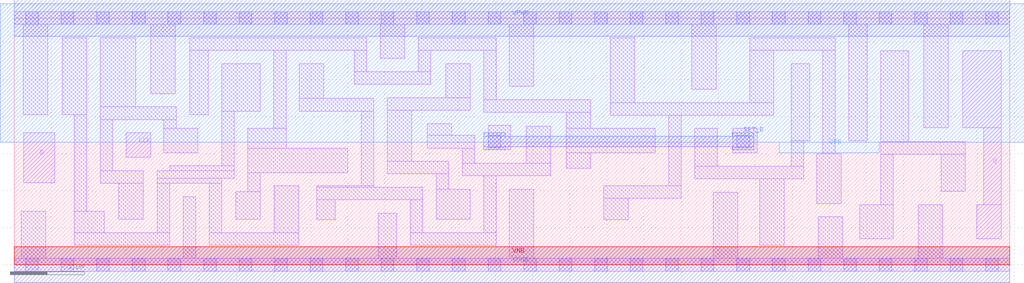
<source format=lef>
# Copyright 2020 The SkyWater PDK Authors
#
# Licensed under the Apache License, Version 2.0 (the "License");
# you may not use this file except in compliance with the License.
# You may obtain a copy of the License at
#
#     https://www.apache.org/licenses/LICENSE-2.0
#
# Unless required by applicable law or agreed to in writing, software
# distributed under the License is distributed on an "AS IS" BASIS,
# WITHOUT WARRANTIES OR CONDITIONS OF ANY KIND, either express or implied.
# See the License for the specific language governing permissions and
# limitations under the License.
#
# SPDX-License-Identifier: Apache-2.0

VERSION 5.7 ;
  NOWIREEXTENSIONATPIN ON ;
  DIVIDERCHAR "/" ;
  BUSBITCHARS "[]" ;
MACRO sky130_fd_sc_lp__dfstp_lp
  CLASS CORE ;
  FOREIGN sky130_fd_sc_lp__dfstp_lp ;
  ORIGIN  0.000000  0.000000 ;
  SIZE  13.44000 BY  3.330000 ;
  SYMMETRY X Y R90 ;
  SITE unit ;
  PIN D
    ANTENNAGATEAREA  0.376000 ;
    DIRECTION INPUT ;
    USE SIGNAL ;
    PORT
      LAYER li1 ;
        RECT 0.125000 1.110000 0.550000 1.780000 ;
    END
  END D
  PIN Q
    ANTENNADIFFAREA  0.404700 ;
    DIRECTION OUTPUT ;
    USE SIGNAL ;
    PORT
      LAYER li1 ;
        RECT 12.805000 1.850000 13.325000 2.890000 ;
        RECT 12.995000 0.350000 13.325000 0.810000 ;
        RECT 13.085000 0.810000 13.325000 1.850000 ;
    END
  END Q
  PIN SET_B
    ANTENNAGATEAREA  0.626000 ;
    DIRECTION INPUT ;
    USE SIGNAL ;
    PORT
      LAYER met1 ;
        RECT 6.335000 1.550000 6.625000 1.595000 ;
        RECT 6.335000 1.595000 9.985000 1.735000 ;
        RECT 6.335000 1.735000 6.625000 1.780000 ;
        RECT 9.695000 1.550000 9.985000 1.595000 ;
        RECT 9.695000 1.735000 9.985000 1.780000 ;
    END
  END SET_B
  PIN CLK
    ANTENNAGATEAREA  0.376000 ;
    DIRECTION INPUT ;
    USE CLOCK ;
    PORT
      LAYER li1 ;
        RECT 1.510000 1.450000 1.840000 1.780000 ;
    END
  END CLK
  PIN VGND
    DIRECTION INOUT ;
    USE GROUND ;
    PORT
      LAYER met1 ;
        RECT 0.000000 -0.245000 13.440000 0.245000 ;
    END
  END VGND
  PIN VNB
    DIRECTION INOUT ;
    USE GROUND ;
    PORT
      LAYER pwell ;
        RECT 0.000000 0.000000 13.440000 0.245000 ;
    END
  END VNB
  PIN VPB
    DIRECTION INOUT ;
    USE POWER ;
    PORT
      LAYER nwell ;
        RECT -0.190000 1.655000 13.630000 3.520000 ;
        RECT 10.325000 1.515000 11.675000 1.655000 ;
    END
  END VPB
  PIN VPWR
    DIRECTION INOUT ;
    USE POWER ;
    PORT
      LAYER met1 ;
        RECT 0.000000 3.085000 13.440000 3.575000 ;
    END
  END VPWR
  OBS
    LAYER li1 ;
      RECT  0.000000 -0.085000 13.440000 0.085000 ;
      RECT  0.000000  3.245000 13.440000 3.415000 ;
      RECT  0.095000  0.085000  0.425000 0.725000 ;
      RECT  0.120000  2.025000  0.450000 3.245000 ;
      RECT  0.650000  2.025000  0.980000 3.065000 ;
      RECT  0.810000  0.265000  2.100000 0.435000 ;
      RECT  0.810000  0.435000  1.215000 0.725000 ;
      RECT  0.810000  0.725000  0.980000 2.025000 ;
      RECT  1.160000  1.100000  1.740000 1.270000 ;
      RECT  1.160000  1.270000  1.330000 1.960000 ;
      RECT  1.160000  1.960000  2.190000 2.130000 ;
      RECT  1.160000  2.130000  1.640000 3.065000 ;
      RECT  1.410000  0.615000  1.740000 1.100000 ;
      RECT  1.840000  2.310000  2.170000 3.245000 ;
      RECT  1.930000  0.435000  2.100000 1.100000 ;
      RECT  1.930000  1.100000  2.800000 1.165000 ;
      RECT  1.930000  1.165000  2.970000 1.270000 ;
      RECT  2.020000  1.515000  2.475000 1.845000 ;
      RECT  2.020000  1.845000  2.190000 1.960000 ;
      RECT  2.100000  1.270000  2.970000 1.335000 ;
      RECT  2.280000  0.085000  2.450000 0.920000 ;
      RECT  2.370000  2.025000  2.620000 2.895000 ;
      RECT  2.370000  2.895000  4.760000 3.065000 ;
      RECT  2.630000  0.265000  3.840000 0.435000 ;
      RECT  2.630000  0.435000  2.800000 1.100000 ;
      RECT  2.800000  1.335000  2.970000 2.075000 ;
      RECT  2.800000  2.075000  3.320000 2.715000 ;
      RECT  2.990000  0.615000  3.320000 0.985000 ;
      RECT  3.150000  0.985000  3.320000 1.245000 ;
      RECT  3.150000  1.245000  4.505000 1.575000 ;
      RECT  3.150000  1.575000  3.670000 1.840000 ;
      RECT  3.500000  1.840000  3.670000 2.895000 ;
      RECT  3.510000  0.435000  3.840000 1.065000 ;
      RECT  3.850000  2.075000  4.855000 2.245000 ;
      RECT  3.850000  2.245000  4.180000 2.715000 ;
      RECT  4.085000  0.605000  4.335000 0.875000 ;
      RECT  4.085000  0.875000  5.515000 1.045000 ;
      RECT  4.085000  1.045000  4.855000 1.065000 ;
      RECT  4.590000  2.435000  5.620000 2.605000 ;
      RECT  4.590000  2.605000  4.760000 2.895000 ;
      RECT  4.685000  1.065000  4.855000 2.075000 ;
      RECT  4.915000  0.085000  5.165000 0.695000 ;
      RECT  4.940000  2.785000  5.270000 3.245000 ;
      RECT  5.035000  1.225000  5.865000 1.395000 ;
      RECT  5.035000  1.395000  5.365000 2.085000 ;
      RECT  5.035000  2.085000  6.155000 2.255000 ;
      RECT  5.345000  0.265000  6.505000 0.435000 ;
      RECT  5.345000  0.435000  5.515000 0.875000 ;
      RECT  5.450000  2.605000  5.620000 2.895000 ;
      RECT  5.450000  2.895000  6.505000 3.065000 ;
      RECT  5.575000  1.575000  6.215000 1.745000 ;
      RECT  5.575000  1.745000  5.905000 1.905000 ;
      RECT  5.695000  0.615000  6.155000 1.020000 ;
      RECT  5.695000  1.020000  5.865000 1.225000 ;
      RECT  5.825000  2.255000  6.155000 2.715000 ;
      RECT  6.045000  1.200000  7.240000 1.370000 ;
      RECT  6.045000  1.370000  6.215000 1.575000 ;
      RECT  6.335000  0.435000  6.505000 1.200000 ;
      RECT  6.335000  2.060000  7.780000 2.230000 ;
      RECT  6.335000  2.230000  6.505000 2.895000 ;
      RECT  6.395000  1.550000  6.700000 1.880000 ;
      RECT  6.685000  0.085000  7.015000 1.020000 ;
      RECT  6.685000  2.410000  7.015000 3.245000 ;
      RECT  6.910000  1.370000  7.240000 1.870000 ;
      RECT  7.450000  1.300000  7.780000 1.510000 ;
      RECT  7.450000  1.510000  8.655000 1.840000 ;
      RECT  7.450000  1.840000  7.780000 2.060000 ;
      RECT  7.960000  0.605000  8.290000 0.895000 ;
      RECT  7.960000  0.895000  9.005000 1.065000 ;
      RECT  8.045000  2.020000 10.255000 2.190000 ;
      RECT  8.045000  2.190000  8.375000 3.065000 ;
      RECT  8.835000  1.065000  9.005000 2.020000 ;
      RECT  9.145000  2.370000  9.475000 3.245000 ;
      RECT  9.185000  1.160000 10.655000 1.330000 ;
      RECT  9.185000  1.330000  9.490000 1.840000 ;
      RECT  9.435000  0.085000  9.765000 0.980000 ;
      RECT  9.700000  1.510000 10.030000 1.840000 ;
      RECT  9.925000  2.190000 10.255000 2.895000 ;
      RECT  9.925000  2.895000 11.085000 3.065000 ;
      RECT 10.065000  0.265000 10.395000 1.160000 ;
      RECT 10.485000  1.330000 10.655000 1.675000 ;
      RECT 10.485000  1.675000 10.735000 2.715000 ;
      RECT 10.835000  0.825000 11.165000 1.495000 ;
      RECT 10.855000  0.085000 11.185000 0.645000 ;
      RECT 10.915000  1.495000 11.085000 2.895000 ;
      RECT 11.265000  1.675000 11.515000 3.245000 ;
      RECT 11.415000  0.350000 11.865000 0.810000 ;
      RECT 11.695000  0.810000 11.865000 1.490000 ;
      RECT 11.695000  1.490000 12.840000 1.660000 ;
      RECT 11.695000  1.660000 12.075000 2.890000 ;
      RECT 12.205000  0.085000 12.535000 0.810000 ;
      RECT 12.275000  1.850000 12.605000 3.245000 ;
      RECT 12.510000  0.990000 12.840000 1.490000 ;
    LAYER mcon ;
      RECT  0.155000 -0.085000  0.325000 0.085000 ;
      RECT  0.155000  3.245000  0.325000 3.415000 ;
      RECT  0.635000 -0.085000  0.805000 0.085000 ;
      RECT  0.635000  3.245000  0.805000 3.415000 ;
      RECT  1.115000 -0.085000  1.285000 0.085000 ;
      RECT  1.115000  3.245000  1.285000 3.415000 ;
      RECT  1.595000 -0.085000  1.765000 0.085000 ;
      RECT  1.595000  3.245000  1.765000 3.415000 ;
      RECT  2.075000 -0.085000  2.245000 0.085000 ;
      RECT  2.075000  3.245000  2.245000 3.415000 ;
      RECT  2.555000 -0.085000  2.725000 0.085000 ;
      RECT  2.555000  3.245000  2.725000 3.415000 ;
      RECT  3.035000 -0.085000  3.205000 0.085000 ;
      RECT  3.035000  3.245000  3.205000 3.415000 ;
      RECT  3.515000 -0.085000  3.685000 0.085000 ;
      RECT  3.515000  3.245000  3.685000 3.415000 ;
      RECT  3.995000 -0.085000  4.165000 0.085000 ;
      RECT  3.995000  3.245000  4.165000 3.415000 ;
      RECT  4.475000 -0.085000  4.645000 0.085000 ;
      RECT  4.475000  3.245000  4.645000 3.415000 ;
      RECT  4.955000 -0.085000  5.125000 0.085000 ;
      RECT  4.955000  3.245000  5.125000 3.415000 ;
      RECT  5.435000 -0.085000  5.605000 0.085000 ;
      RECT  5.435000  3.245000  5.605000 3.415000 ;
      RECT  5.915000 -0.085000  6.085000 0.085000 ;
      RECT  5.915000  3.245000  6.085000 3.415000 ;
      RECT  6.395000 -0.085000  6.565000 0.085000 ;
      RECT  6.395000  1.580000  6.565000 1.750000 ;
      RECT  6.395000  3.245000  6.565000 3.415000 ;
      RECT  6.875000 -0.085000  7.045000 0.085000 ;
      RECT  6.875000  3.245000  7.045000 3.415000 ;
      RECT  7.355000 -0.085000  7.525000 0.085000 ;
      RECT  7.355000  3.245000  7.525000 3.415000 ;
      RECT  7.835000 -0.085000  8.005000 0.085000 ;
      RECT  7.835000  3.245000  8.005000 3.415000 ;
      RECT  8.315000 -0.085000  8.485000 0.085000 ;
      RECT  8.315000  3.245000  8.485000 3.415000 ;
      RECT  8.795000 -0.085000  8.965000 0.085000 ;
      RECT  8.795000  3.245000  8.965000 3.415000 ;
      RECT  9.275000 -0.085000  9.445000 0.085000 ;
      RECT  9.275000  3.245000  9.445000 3.415000 ;
      RECT  9.755000 -0.085000  9.925000 0.085000 ;
      RECT  9.755000  1.580000  9.925000 1.750000 ;
      RECT  9.755000  3.245000  9.925000 3.415000 ;
      RECT 10.235000 -0.085000 10.405000 0.085000 ;
      RECT 10.235000  3.245000 10.405000 3.415000 ;
      RECT 10.715000 -0.085000 10.885000 0.085000 ;
      RECT 10.715000  3.245000 10.885000 3.415000 ;
      RECT 11.195000 -0.085000 11.365000 0.085000 ;
      RECT 11.195000  3.245000 11.365000 3.415000 ;
      RECT 11.675000 -0.085000 11.845000 0.085000 ;
      RECT 11.675000  3.245000 11.845000 3.415000 ;
      RECT 12.155000 -0.085000 12.325000 0.085000 ;
      RECT 12.155000  3.245000 12.325000 3.415000 ;
      RECT 12.635000 -0.085000 12.805000 0.085000 ;
      RECT 12.635000  3.245000 12.805000 3.415000 ;
      RECT 13.115000 -0.085000 13.285000 0.085000 ;
      RECT 13.115000  3.245000 13.285000 3.415000 ;
  END
END sky130_fd_sc_lp__dfstp_lp
END LIBRARY

</source>
